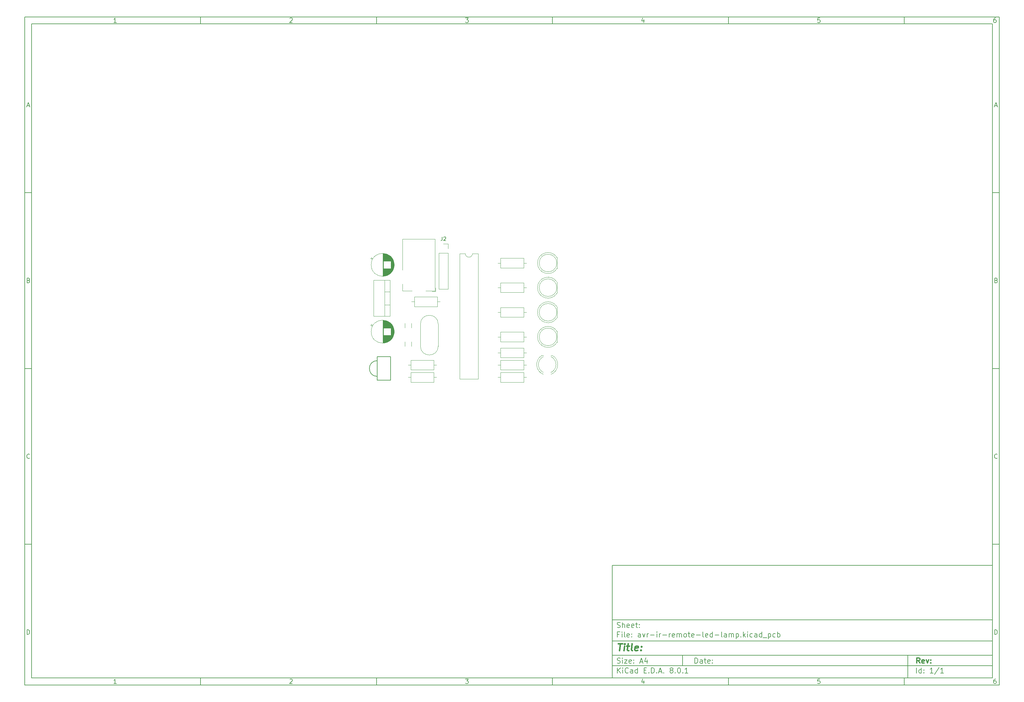
<source format=gbr>
%TF.GenerationSoftware,KiCad,Pcbnew,8.0.1*%
%TF.CreationDate,2024-05-04T21:14:10+05:30*%
%TF.ProjectId,avr-ir-remote-led-lamp,6176722d-6972-42d7-9265-6d6f74652d6c,rev?*%
%TF.SameCoordinates,Original*%
%TF.FileFunction,Legend,Top*%
%TF.FilePolarity,Positive*%
%FSLAX46Y46*%
G04 Gerber Fmt 4.6, Leading zero omitted, Abs format (unit mm)*
G04 Created by KiCad (PCBNEW 8.0.1) date 2024-05-04 21:14:10*
%MOMM*%
%LPD*%
G01*
G04 APERTURE LIST*
%ADD10C,0.100000*%
%ADD11C,0.150000*%
%ADD12C,0.300000*%
%ADD13C,0.400000*%
%ADD14C,0.120000*%
G04 APERTURE END LIST*
D10*
D11*
X177002200Y-166007200D02*
X285002200Y-166007200D01*
X285002200Y-198007200D01*
X177002200Y-198007200D01*
X177002200Y-166007200D01*
D10*
D11*
X10000000Y-10000000D02*
X287002200Y-10000000D01*
X287002200Y-200007200D01*
X10000000Y-200007200D01*
X10000000Y-10000000D01*
D10*
D11*
X12000000Y-12000000D02*
X285002200Y-12000000D01*
X285002200Y-198007200D01*
X12000000Y-198007200D01*
X12000000Y-12000000D01*
D10*
D11*
X60000000Y-12000000D02*
X60000000Y-10000000D01*
D10*
D11*
X110000000Y-12000000D02*
X110000000Y-10000000D01*
D10*
D11*
X160000000Y-12000000D02*
X160000000Y-10000000D01*
D10*
D11*
X210000000Y-12000000D02*
X210000000Y-10000000D01*
D10*
D11*
X260000000Y-12000000D02*
X260000000Y-10000000D01*
D10*
D11*
X36089160Y-11593604D02*
X35346303Y-11593604D01*
X35717731Y-11593604D02*
X35717731Y-10293604D01*
X35717731Y-10293604D02*
X35593922Y-10479319D01*
X35593922Y-10479319D02*
X35470112Y-10603128D01*
X35470112Y-10603128D02*
X35346303Y-10665033D01*
D10*
D11*
X85346303Y-10417414D02*
X85408207Y-10355509D01*
X85408207Y-10355509D02*
X85532017Y-10293604D01*
X85532017Y-10293604D02*
X85841541Y-10293604D01*
X85841541Y-10293604D02*
X85965350Y-10355509D01*
X85965350Y-10355509D02*
X86027255Y-10417414D01*
X86027255Y-10417414D02*
X86089160Y-10541223D01*
X86089160Y-10541223D02*
X86089160Y-10665033D01*
X86089160Y-10665033D02*
X86027255Y-10850747D01*
X86027255Y-10850747D02*
X85284398Y-11593604D01*
X85284398Y-11593604D02*
X86089160Y-11593604D01*
D10*
D11*
X135284398Y-10293604D02*
X136089160Y-10293604D01*
X136089160Y-10293604D02*
X135655826Y-10788842D01*
X135655826Y-10788842D02*
X135841541Y-10788842D01*
X135841541Y-10788842D02*
X135965350Y-10850747D01*
X135965350Y-10850747D02*
X136027255Y-10912652D01*
X136027255Y-10912652D02*
X136089160Y-11036461D01*
X136089160Y-11036461D02*
X136089160Y-11345985D01*
X136089160Y-11345985D02*
X136027255Y-11469795D01*
X136027255Y-11469795D02*
X135965350Y-11531700D01*
X135965350Y-11531700D02*
X135841541Y-11593604D01*
X135841541Y-11593604D02*
X135470112Y-11593604D01*
X135470112Y-11593604D02*
X135346303Y-11531700D01*
X135346303Y-11531700D02*
X135284398Y-11469795D01*
D10*
D11*
X185965350Y-10726938D02*
X185965350Y-11593604D01*
X185655826Y-10231700D02*
X185346303Y-11160271D01*
X185346303Y-11160271D02*
X186151064Y-11160271D01*
D10*
D11*
X236027255Y-10293604D02*
X235408207Y-10293604D01*
X235408207Y-10293604D02*
X235346303Y-10912652D01*
X235346303Y-10912652D02*
X235408207Y-10850747D01*
X235408207Y-10850747D02*
X235532017Y-10788842D01*
X235532017Y-10788842D02*
X235841541Y-10788842D01*
X235841541Y-10788842D02*
X235965350Y-10850747D01*
X235965350Y-10850747D02*
X236027255Y-10912652D01*
X236027255Y-10912652D02*
X236089160Y-11036461D01*
X236089160Y-11036461D02*
X236089160Y-11345985D01*
X236089160Y-11345985D02*
X236027255Y-11469795D01*
X236027255Y-11469795D02*
X235965350Y-11531700D01*
X235965350Y-11531700D02*
X235841541Y-11593604D01*
X235841541Y-11593604D02*
X235532017Y-11593604D01*
X235532017Y-11593604D02*
X235408207Y-11531700D01*
X235408207Y-11531700D02*
X235346303Y-11469795D01*
D10*
D11*
X285965350Y-10293604D02*
X285717731Y-10293604D01*
X285717731Y-10293604D02*
X285593922Y-10355509D01*
X285593922Y-10355509D02*
X285532017Y-10417414D01*
X285532017Y-10417414D02*
X285408207Y-10603128D01*
X285408207Y-10603128D02*
X285346303Y-10850747D01*
X285346303Y-10850747D02*
X285346303Y-11345985D01*
X285346303Y-11345985D02*
X285408207Y-11469795D01*
X285408207Y-11469795D02*
X285470112Y-11531700D01*
X285470112Y-11531700D02*
X285593922Y-11593604D01*
X285593922Y-11593604D02*
X285841541Y-11593604D01*
X285841541Y-11593604D02*
X285965350Y-11531700D01*
X285965350Y-11531700D02*
X286027255Y-11469795D01*
X286027255Y-11469795D02*
X286089160Y-11345985D01*
X286089160Y-11345985D02*
X286089160Y-11036461D01*
X286089160Y-11036461D02*
X286027255Y-10912652D01*
X286027255Y-10912652D02*
X285965350Y-10850747D01*
X285965350Y-10850747D02*
X285841541Y-10788842D01*
X285841541Y-10788842D02*
X285593922Y-10788842D01*
X285593922Y-10788842D02*
X285470112Y-10850747D01*
X285470112Y-10850747D02*
X285408207Y-10912652D01*
X285408207Y-10912652D02*
X285346303Y-11036461D01*
D10*
D11*
X60000000Y-198007200D02*
X60000000Y-200007200D01*
D10*
D11*
X110000000Y-198007200D02*
X110000000Y-200007200D01*
D10*
D11*
X160000000Y-198007200D02*
X160000000Y-200007200D01*
D10*
D11*
X210000000Y-198007200D02*
X210000000Y-200007200D01*
D10*
D11*
X260000000Y-198007200D02*
X260000000Y-200007200D01*
D10*
D11*
X36089160Y-199600804D02*
X35346303Y-199600804D01*
X35717731Y-199600804D02*
X35717731Y-198300804D01*
X35717731Y-198300804D02*
X35593922Y-198486519D01*
X35593922Y-198486519D02*
X35470112Y-198610328D01*
X35470112Y-198610328D02*
X35346303Y-198672233D01*
D10*
D11*
X85346303Y-198424614D02*
X85408207Y-198362709D01*
X85408207Y-198362709D02*
X85532017Y-198300804D01*
X85532017Y-198300804D02*
X85841541Y-198300804D01*
X85841541Y-198300804D02*
X85965350Y-198362709D01*
X85965350Y-198362709D02*
X86027255Y-198424614D01*
X86027255Y-198424614D02*
X86089160Y-198548423D01*
X86089160Y-198548423D02*
X86089160Y-198672233D01*
X86089160Y-198672233D02*
X86027255Y-198857947D01*
X86027255Y-198857947D02*
X85284398Y-199600804D01*
X85284398Y-199600804D02*
X86089160Y-199600804D01*
D10*
D11*
X135284398Y-198300804D02*
X136089160Y-198300804D01*
X136089160Y-198300804D02*
X135655826Y-198796042D01*
X135655826Y-198796042D02*
X135841541Y-198796042D01*
X135841541Y-198796042D02*
X135965350Y-198857947D01*
X135965350Y-198857947D02*
X136027255Y-198919852D01*
X136027255Y-198919852D02*
X136089160Y-199043661D01*
X136089160Y-199043661D02*
X136089160Y-199353185D01*
X136089160Y-199353185D02*
X136027255Y-199476995D01*
X136027255Y-199476995D02*
X135965350Y-199538900D01*
X135965350Y-199538900D02*
X135841541Y-199600804D01*
X135841541Y-199600804D02*
X135470112Y-199600804D01*
X135470112Y-199600804D02*
X135346303Y-199538900D01*
X135346303Y-199538900D02*
X135284398Y-199476995D01*
D10*
D11*
X185965350Y-198734138D02*
X185965350Y-199600804D01*
X185655826Y-198238900D02*
X185346303Y-199167471D01*
X185346303Y-199167471D02*
X186151064Y-199167471D01*
D10*
D11*
X236027255Y-198300804D02*
X235408207Y-198300804D01*
X235408207Y-198300804D02*
X235346303Y-198919852D01*
X235346303Y-198919852D02*
X235408207Y-198857947D01*
X235408207Y-198857947D02*
X235532017Y-198796042D01*
X235532017Y-198796042D02*
X235841541Y-198796042D01*
X235841541Y-198796042D02*
X235965350Y-198857947D01*
X235965350Y-198857947D02*
X236027255Y-198919852D01*
X236027255Y-198919852D02*
X236089160Y-199043661D01*
X236089160Y-199043661D02*
X236089160Y-199353185D01*
X236089160Y-199353185D02*
X236027255Y-199476995D01*
X236027255Y-199476995D02*
X235965350Y-199538900D01*
X235965350Y-199538900D02*
X235841541Y-199600804D01*
X235841541Y-199600804D02*
X235532017Y-199600804D01*
X235532017Y-199600804D02*
X235408207Y-199538900D01*
X235408207Y-199538900D02*
X235346303Y-199476995D01*
D10*
D11*
X285965350Y-198300804D02*
X285717731Y-198300804D01*
X285717731Y-198300804D02*
X285593922Y-198362709D01*
X285593922Y-198362709D02*
X285532017Y-198424614D01*
X285532017Y-198424614D02*
X285408207Y-198610328D01*
X285408207Y-198610328D02*
X285346303Y-198857947D01*
X285346303Y-198857947D02*
X285346303Y-199353185D01*
X285346303Y-199353185D02*
X285408207Y-199476995D01*
X285408207Y-199476995D02*
X285470112Y-199538900D01*
X285470112Y-199538900D02*
X285593922Y-199600804D01*
X285593922Y-199600804D02*
X285841541Y-199600804D01*
X285841541Y-199600804D02*
X285965350Y-199538900D01*
X285965350Y-199538900D02*
X286027255Y-199476995D01*
X286027255Y-199476995D02*
X286089160Y-199353185D01*
X286089160Y-199353185D02*
X286089160Y-199043661D01*
X286089160Y-199043661D02*
X286027255Y-198919852D01*
X286027255Y-198919852D02*
X285965350Y-198857947D01*
X285965350Y-198857947D02*
X285841541Y-198796042D01*
X285841541Y-198796042D02*
X285593922Y-198796042D01*
X285593922Y-198796042D02*
X285470112Y-198857947D01*
X285470112Y-198857947D02*
X285408207Y-198919852D01*
X285408207Y-198919852D02*
X285346303Y-199043661D01*
D10*
D11*
X10000000Y-60000000D02*
X12000000Y-60000000D01*
D10*
D11*
X10000000Y-110000000D02*
X12000000Y-110000000D01*
D10*
D11*
X10000000Y-160000000D02*
X12000000Y-160000000D01*
D10*
D11*
X10690476Y-35222176D02*
X11309523Y-35222176D01*
X10566666Y-35593604D02*
X10999999Y-34293604D01*
X10999999Y-34293604D02*
X11433333Y-35593604D01*
D10*
D11*
X11092857Y-84912652D02*
X11278571Y-84974557D01*
X11278571Y-84974557D02*
X11340476Y-85036461D01*
X11340476Y-85036461D02*
X11402380Y-85160271D01*
X11402380Y-85160271D02*
X11402380Y-85345985D01*
X11402380Y-85345985D02*
X11340476Y-85469795D01*
X11340476Y-85469795D02*
X11278571Y-85531700D01*
X11278571Y-85531700D02*
X11154761Y-85593604D01*
X11154761Y-85593604D02*
X10659523Y-85593604D01*
X10659523Y-85593604D02*
X10659523Y-84293604D01*
X10659523Y-84293604D02*
X11092857Y-84293604D01*
X11092857Y-84293604D02*
X11216666Y-84355509D01*
X11216666Y-84355509D02*
X11278571Y-84417414D01*
X11278571Y-84417414D02*
X11340476Y-84541223D01*
X11340476Y-84541223D02*
X11340476Y-84665033D01*
X11340476Y-84665033D02*
X11278571Y-84788842D01*
X11278571Y-84788842D02*
X11216666Y-84850747D01*
X11216666Y-84850747D02*
X11092857Y-84912652D01*
X11092857Y-84912652D02*
X10659523Y-84912652D01*
D10*
D11*
X11402380Y-135469795D02*
X11340476Y-135531700D01*
X11340476Y-135531700D02*
X11154761Y-135593604D01*
X11154761Y-135593604D02*
X11030952Y-135593604D01*
X11030952Y-135593604D02*
X10845238Y-135531700D01*
X10845238Y-135531700D02*
X10721428Y-135407890D01*
X10721428Y-135407890D02*
X10659523Y-135284080D01*
X10659523Y-135284080D02*
X10597619Y-135036461D01*
X10597619Y-135036461D02*
X10597619Y-134850747D01*
X10597619Y-134850747D02*
X10659523Y-134603128D01*
X10659523Y-134603128D02*
X10721428Y-134479319D01*
X10721428Y-134479319D02*
X10845238Y-134355509D01*
X10845238Y-134355509D02*
X11030952Y-134293604D01*
X11030952Y-134293604D02*
X11154761Y-134293604D01*
X11154761Y-134293604D02*
X11340476Y-134355509D01*
X11340476Y-134355509D02*
X11402380Y-134417414D01*
D10*
D11*
X10659523Y-185593604D02*
X10659523Y-184293604D01*
X10659523Y-184293604D02*
X10969047Y-184293604D01*
X10969047Y-184293604D02*
X11154761Y-184355509D01*
X11154761Y-184355509D02*
X11278571Y-184479319D01*
X11278571Y-184479319D02*
X11340476Y-184603128D01*
X11340476Y-184603128D02*
X11402380Y-184850747D01*
X11402380Y-184850747D02*
X11402380Y-185036461D01*
X11402380Y-185036461D02*
X11340476Y-185284080D01*
X11340476Y-185284080D02*
X11278571Y-185407890D01*
X11278571Y-185407890D02*
X11154761Y-185531700D01*
X11154761Y-185531700D02*
X10969047Y-185593604D01*
X10969047Y-185593604D02*
X10659523Y-185593604D01*
D10*
D11*
X287002200Y-60000000D02*
X285002200Y-60000000D01*
D10*
D11*
X287002200Y-110000000D02*
X285002200Y-110000000D01*
D10*
D11*
X287002200Y-160000000D02*
X285002200Y-160000000D01*
D10*
D11*
X285692676Y-35222176D02*
X286311723Y-35222176D01*
X285568866Y-35593604D02*
X286002199Y-34293604D01*
X286002199Y-34293604D02*
X286435533Y-35593604D01*
D10*
D11*
X286095057Y-84912652D02*
X286280771Y-84974557D01*
X286280771Y-84974557D02*
X286342676Y-85036461D01*
X286342676Y-85036461D02*
X286404580Y-85160271D01*
X286404580Y-85160271D02*
X286404580Y-85345985D01*
X286404580Y-85345985D02*
X286342676Y-85469795D01*
X286342676Y-85469795D02*
X286280771Y-85531700D01*
X286280771Y-85531700D02*
X286156961Y-85593604D01*
X286156961Y-85593604D02*
X285661723Y-85593604D01*
X285661723Y-85593604D02*
X285661723Y-84293604D01*
X285661723Y-84293604D02*
X286095057Y-84293604D01*
X286095057Y-84293604D02*
X286218866Y-84355509D01*
X286218866Y-84355509D02*
X286280771Y-84417414D01*
X286280771Y-84417414D02*
X286342676Y-84541223D01*
X286342676Y-84541223D02*
X286342676Y-84665033D01*
X286342676Y-84665033D02*
X286280771Y-84788842D01*
X286280771Y-84788842D02*
X286218866Y-84850747D01*
X286218866Y-84850747D02*
X286095057Y-84912652D01*
X286095057Y-84912652D02*
X285661723Y-84912652D01*
D10*
D11*
X286404580Y-135469795D02*
X286342676Y-135531700D01*
X286342676Y-135531700D02*
X286156961Y-135593604D01*
X286156961Y-135593604D02*
X286033152Y-135593604D01*
X286033152Y-135593604D02*
X285847438Y-135531700D01*
X285847438Y-135531700D02*
X285723628Y-135407890D01*
X285723628Y-135407890D02*
X285661723Y-135284080D01*
X285661723Y-135284080D02*
X285599819Y-135036461D01*
X285599819Y-135036461D02*
X285599819Y-134850747D01*
X285599819Y-134850747D02*
X285661723Y-134603128D01*
X285661723Y-134603128D02*
X285723628Y-134479319D01*
X285723628Y-134479319D02*
X285847438Y-134355509D01*
X285847438Y-134355509D02*
X286033152Y-134293604D01*
X286033152Y-134293604D02*
X286156961Y-134293604D01*
X286156961Y-134293604D02*
X286342676Y-134355509D01*
X286342676Y-134355509D02*
X286404580Y-134417414D01*
D10*
D11*
X285661723Y-185593604D02*
X285661723Y-184293604D01*
X285661723Y-184293604D02*
X285971247Y-184293604D01*
X285971247Y-184293604D02*
X286156961Y-184355509D01*
X286156961Y-184355509D02*
X286280771Y-184479319D01*
X286280771Y-184479319D02*
X286342676Y-184603128D01*
X286342676Y-184603128D02*
X286404580Y-184850747D01*
X286404580Y-184850747D02*
X286404580Y-185036461D01*
X286404580Y-185036461D02*
X286342676Y-185284080D01*
X286342676Y-185284080D02*
X286280771Y-185407890D01*
X286280771Y-185407890D02*
X286156961Y-185531700D01*
X286156961Y-185531700D02*
X285971247Y-185593604D01*
X285971247Y-185593604D02*
X285661723Y-185593604D01*
D10*
D11*
X200458026Y-193793328D02*
X200458026Y-192293328D01*
X200458026Y-192293328D02*
X200815169Y-192293328D01*
X200815169Y-192293328D02*
X201029455Y-192364757D01*
X201029455Y-192364757D02*
X201172312Y-192507614D01*
X201172312Y-192507614D02*
X201243741Y-192650471D01*
X201243741Y-192650471D02*
X201315169Y-192936185D01*
X201315169Y-192936185D02*
X201315169Y-193150471D01*
X201315169Y-193150471D02*
X201243741Y-193436185D01*
X201243741Y-193436185D02*
X201172312Y-193579042D01*
X201172312Y-193579042D02*
X201029455Y-193721900D01*
X201029455Y-193721900D02*
X200815169Y-193793328D01*
X200815169Y-193793328D02*
X200458026Y-193793328D01*
X202600884Y-193793328D02*
X202600884Y-193007614D01*
X202600884Y-193007614D02*
X202529455Y-192864757D01*
X202529455Y-192864757D02*
X202386598Y-192793328D01*
X202386598Y-192793328D02*
X202100884Y-192793328D01*
X202100884Y-192793328D02*
X201958026Y-192864757D01*
X202600884Y-193721900D02*
X202458026Y-193793328D01*
X202458026Y-193793328D02*
X202100884Y-193793328D01*
X202100884Y-193793328D02*
X201958026Y-193721900D01*
X201958026Y-193721900D02*
X201886598Y-193579042D01*
X201886598Y-193579042D02*
X201886598Y-193436185D01*
X201886598Y-193436185D02*
X201958026Y-193293328D01*
X201958026Y-193293328D02*
X202100884Y-193221900D01*
X202100884Y-193221900D02*
X202458026Y-193221900D01*
X202458026Y-193221900D02*
X202600884Y-193150471D01*
X203100884Y-192793328D02*
X203672312Y-192793328D01*
X203315169Y-192293328D02*
X203315169Y-193579042D01*
X203315169Y-193579042D02*
X203386598Y-193721900D01*
X203386598Y-193721900D02*
X203529455Y-193793328D01*
X203529455Y-193793328D02*
X203672312Y-193793328D01*
X204743741Y-193721900D02*
X204600884Y-193793328D01*
X204600884Y-193793328D02*
X204315170Y-193793328D01*
X204315170Y-193793328D02*
X204172312Y-193721900D01*
X204172312Y-193721900D02*
X204100884Y-193579042D01*
X204100884Y-193579042D02*
X204100884Y-193007614D01*
X204100884Y-193007614D02*
X204172312Y-192864757D01*
X204172312Y-192864757D02*
X204315170Y-192793328D01*
X204315170Y-192793328D02*
X204600884Y-192793328D01*
X204600884Y-192793328D02*
X204743741Y-192864757D01*
X204743741Y-192864757D02*
X204815170Y-193007614D01*
X204815170Y-193007614D02*
X204815170Y-193150471D01*
X204815170Y-193150471D02*
X204100884Y-193293328D01*
X205458026Y-193650471D02*
X205529455Y-193721900D01*
X205529455Y-193721900D02*
X205458026Y-193793328D01*
X205458026Y-193793328D02*
X205386598Y-193721900D01*
X205386598Y-193721900D02*
X205458026Y-193650471D01*
X205458026Y-193650471D02*
X205458026Y-193793328D01*
X205458026Y-192864757D02*
X205529455Y-192936185D01*
X205529455Y-192936185D02*
X205458026Y-193007614D01*
X205458026Y-193007614D02*
X205386598Y-192936185D01*
X205386598Y-192936185D02*
X205458026Y-192864757D01*
X205458026Y-192864757D02*
X205458026Y-193007614D01*
D10*
D11*
X177002200Y-194507200D02*
X285002200Y-194507200D01*
D10*
D11*
X178458026Y-196593328D02*
X178458026Y-195093328D01*
X179315169Y-196593328D02*
X178672312Y-195736185D01*
X179315169Y-195093328D02*
X178458026Y-195950471D01*
X179958026Y-196593328D02*
X179958026Y-195593328D01*
X179958026Y-195093328D02*
X179886598Y-195164757D01*
X179886598Y-195164757D02*
X179958026Y-195236185D01*
X179958026Y-195236185D02*
X180029455Y-195164757D01*
X180029455Y-195164757D02*
X179958026Y-195093328D01*
X179958026Y-195093328D02*
X179958026Y-195236185D01*
X181529455Y-196450471D02*
X181458027Y-196521900D01*
X181458027Y-196521900D02*
X181243741Y-196593328D01*
X181243741Y-196593328D02*
X181100884Y-196593328D01*
X181100884Y-196593328D02*
X180886598Y-196521900D01*
X180886598Y-196521900D02*
X180743741Y-196379042D01*
X180743741Y-196379042D02*
X180672312Y-196236185D01*
X180672312Y-196236185D02*
X180600884Y-195950471D01*
X180600884Y-195950471D02*
X180600884Y-195736185D01*
X180600884Y-195736185D02*
X180672312Y-195450471D01*
X180672312Y-195450471D02*
X180743741Y-195307614D01*
X180743741Y-195307614D02*
X180886598Y-195164757D01*
X180886598Y-195164757D02*
X181100884Y-195093328D01*
X181100884Y-195093328D02*
X181243741Y-195093328D01*
X181243741Y-195093328D02*
X181458027Y-195164757D01*
X181458027Y-195164757D02*
X181529455Y-195236185D01*
X182815170Y-196593328D02*
X182815170Y-195807614D01*
X182815170Y-195807614D02*
X182743741Y-195664757D01*
X182743741Y-195664757D02*
X182600884Y-195593328D01*
X182600884Y-195593328D02*
X182315170Y-195593328D01*
X182315170Y-195593328D02*
X182172312Y-195664757D01*
X182815170Y-196521900D02*
X182672312Y-196593328D01*
X182672312Y-196593328D02*
X182315170Y-196593328D01*
X182315170Y-196593328D02*
X182172312Y-196521900D01*
X182172312Y-196521900D02*
X182100884Y-196379042D01*
X182100884Y-196379042D02*
X182100884Y-196236185D01*
X182100884Y-196236185D02*
X182172312Y-196093328D01*
X182172312Y-196093328D02*
X182315170Y-196021900D01*
X182315170Y-196021900D02*
X182672312Y-196021900D01*
X182672312Y-196021900D02*
X182815170Y-195950471D01*
X184172313Y-196593328D02*
X184172313Y-195093328D01*
X184172313Y-196521900D02*
X184029455Y-196593328D01*
X184029455Y-196593328D02*
X183743741Y-196593328D01*
X183743741Y-196593328D02*
X183600884Y-196521900D01*
X183600884Y-196521900D02*
X183529455Y-196450471D01*
X183529455Y-196450471D02*
X183458027Y-196307614D01*
X183458027Y-196307614D02*
X183458027Y-195879042D01*
X183458027Y-195879042D02*
X183529455Y-195736185D01*
X183529455Y-195736185D02*
X183600884Y-195664757D01*
X183600884Y-195664757D02*
X183743741Y-195593328D01*
X183743741Y-195593328D02*
X184029455Y-195593328D01*
X184029455Y-195593328D02*
X184172313Y-195664757D01*
X186029455Y-195807614D02*
X186529455Y-195807614D01*
X186743741Y-196593328D02*
X186029455Y-196593328D01*
X186029455Y-196593328D02*
X186029455Y-195093328D01*
X186029455Y-195093328D02*
X186743741Y-195093328D01*
X187386598Y-196450471D02*
X187458027Y-196521900D01*
X187458027Y-196521900D02*
X187386598Y-196593328D01*
X187386598Y-196593328D02*
X187315170Y-196521900D01*
X187315170Y-196521900D02*
X187386598Y-196450471D01*
X187386598Y-196450471D02*
X187386598Y-196593328D01*
X188100884Y-196593328D02*
X188100884Y-195093328D01*
X188100884Y-195093328D02*
X188458027Y-195093328D01*
X188458027Y-195093328D02*
X188672313Y-195164757D01*
X188672313Y-195164757D02*
X188815170Y-195307614D01*
X188815170Y-195307614D02*
X188886599Y-195450471D01*
X188886599Y-195450471D02*
X188958027Y-195736185D01*
X188958027Y-195736185D02*
X188958027Y-195950471D01*
X188958027Y-195950471D02*
X188886599Y-196236185D01*
X188886599Y-196236185D02*
X188815170Y-196379042D01*
X188815170Y-196379042D02*
X188672313Y-196521900D01*
X188672313Y-196521900D02*
X188458027Y-196593328D01*
X188458027Y-196593328D02*
X188100884Y-196593328D01*
X189600884Y-196450471D02*
X189672313Y-196521900D01*
X189672313Y-196521900D02*
X189600884Y-196593328D01*
X189600884Y-196593328D02*
X189529456Y-196521900D01*
X189529456Y-196521900D02*
X189600884Y-196450471D01*
X189600884Y-196450471D02*
X189600884Y-196593328D01*
X190243742Y-196164757D02*
X190958028Y-196164757D01*
X190100885Y-196593328D02*
X190600885Y-195093328D01*
X190600885Y-195093328D02*
X191100885Y-196593328D01*
X191600884Y-196450471D02*
X191672313Y-196521900D01*
X191672313Y-196521900D02*
X191600884Y-196593328D01*
X191600884Y-196593328D02*
X191529456Y-196521900D01*
X191529456Y-196521900D02*
X191600884Y-196450471D01*
X191600884Y-196450471D02*
X191600884Y-196593328D01*
X193672313Y-195736185D02*
X193529456Y-195664757D01*
X193529456Y-195664757D02*
X193458027Y-195593328D01*
X193458027Y-195593328D02*
X193386599Y-195450471D01*
X193386599Y-195450471D02*
X193386599Y-195379042D01*
X193386599Y-195379042D02*
X193458027Y-195236185D01*
X193458027Y-195236185D02*
X193529456Y-195164757D01*
X193529456Y-195164757D02*
X193672313Y-195093328D01*
X193672313Y-195093328D02*
X193958027Y-195093328D01*
X193958027Y-195093328D02*
X194100885Y-195164757D01*
X194100885Y-195164757D02*
X194172313Y-195236185D01*
X194172313Y-195236185D02*
X194243742Y-195379042D01*
X194243742Y-195379042D02*
X194243742Y-195450471D01*
X194243742Y-195450471D02*
X194172313Y-195593328D01*
X194172313Y-195593328D02*
X194100885Y-195664757D01*
X194100885Y-195664757D02*
X193958027Y-195736185D01*
X193958027Y-195736185D02*
X193672313Y-195736185D01*
X193672313Y-195736185D02*
X193529456Y-195807614D01*
X193529456Y-195807614D02*
X193458027Y-195879042D01*
X193458027Y-195879042D02*
X193386599Y-196021900D01*
X193386599Y-196021900D02*
X193386599Y-196307614D01*
X193386599Y-196307614D02*
X193458027Y-196450471D01*
X193458027Y-196450471D02*
X193529456Y-196521900D01*
X193529456Y-196521900D02*
X193672313Y-196593328D01*
X193672313Y-196593328D02*
X193958027Y-196593328D01*
X193958027Y-196593328D02*
X194100885Y-196521900D01*
X194100885Y-196521900D02*
X194172313Y-196450471D01*
X194172313Y-196450471D02*
X194243742Y-196307614D01*
X194243742Y-196307614D02*
X194243742Y-196021900D01*
X194243742Y-196021900D02*
X194172313Y-195879042D01*
X194172313Y-195879042D02*
X194100885Y-195807614D01*
X194100885Y-195807614D02*
X193958027Y-195736185D01*
X194886598Y-196450471D02*
X194958027Y-196521900D01*
X194958027Y-196521900D02*
X194886598Y-196593328D01*
X194886598Y-196593328D02*
X194815170Y-196521900D01*
X194815170Y-196521900D02*
X194886598Y-196450471D01*
X194886598Y-196450471D02*
X194886598Y-196593328D01*
X195886599Y-195093328D02*
X196029456Y-195093328D01*
X196029456Y-195093328D02*
X196172313Y-195164757D01*
X196172313Y-195164757D02*
X196243742Y-195236185D01*
X196243742Y-195236185D02*
X196315170Y-195379042D01*
X196315170Y-195379042D02*
X196386599Y-195664757D01*
X196386599Y-195664757D02*
X196386599Y-196021900D01*
X196386599Y-196021900D02*
X196315170Y-196307614D01*
X196315170Y-196307614D02*
X196243742Y-196450471D01*
X196243742Y-196450471D02*
X196172313Y-196521900D01*
X196172313Y-196521900D02*
X196029456Y-196593328D01*
X196029456Y-196593328D02*
X195886599Y-196593328D01*
X195886599Y-196593328D02*
X195743742Y-196521900D01*
X195743742Y-196521900D02*
X195672313Y-196450471D01*
X195672313Y-196450471D02*
X195600884Y-196307614D01*
X195600884Y-196307614D02*
X195529456Y-196021900D01*
X195529456Y-196021900D02*
X195529456Y-195664757D01*
X195529456Y-195664757D02*
X195600884Y-195379042D01*
X195600884Y-195379042D02*
X195672313Y-195236185D01*
X195672313Y-195236185D02*
X195743742Y-195164757D01*
X195743742Y-195164757D02*
X195886599Y-195093328D01*
X197029455Y-196450471D02*
X197100884Y-196521900D01*
X197100884Y-196521900D02*
X197029455Y-196593328D01*
X197029455Y-196593328D02*
X196958027Y-196521900D01*
X196958027Y-196521900D02*
X197029455Y-196450471D01*
X197029455Y-196450471D02*
X197029455Y-196593328D01*
X198529456Y-196593328D02*
X197672313Y-196593328D01*
X198100884Y-196593328D02*
X198100884Y-195093328D01*
X198100884Y-195093328D02*
X197958027Y-195307614D01*
X197958027Y-195307614D02*
X197815170Y-195450471D01*
X197815170Y-195450471D02*
X197672313Y-195521900D01*
D10*
D11*
X177002200Y-191507200D02*
X285002200Y-191507200D01*
D10*
D12*
X264413853Y-193785528D02*
X263913853Y-193071242D01*
X263556710Y-193785528D02*
X263556710Y-192285528D01*
X263556710Y-192285528D02*
X264128139Y-192285528D01*
X264128139Y-192285528D02*
X264270996Y-192356957D01*
X264270996Y-192356957D02*
X264342425Y-192428385D01*
X264342425Y-192428385D02*
X264413853Y-192571242D01*
X264413853Y-192571242D02*
X264413853Y-192785528D01*
X264413853Y-192785528D02*
X264342425Y-192928385D01*
X264342425Y-192928385D02*
X264270996Y-192999814D01*
X264270996Y-192999814D02*
X264128139Y-193071242D01*
X264128139Y-193071242D02*
X263556710Y-193071242D01*
X265628139Y-193714100D02*
X265485282Y-193785528D01*
X265485282Y-193785528D02*
X265199568Y-193785528D01*
X265199568Y-193785528D02*
X265056710Y-193714100D01*
X265056710Y-193714100D02*
X264985282Y-193571242D01*
X264985282Y-193571242D02*
X264985282Y-192999814D01*
X264985282Y-192999814D02*
X265056710Y-192856957D01*
X265056710Y-192856957D02*
X265199568Y-192785528D01*
X265199568Y-192785528D02*
X265485282Y-192785528D01*
X265485282Y-192785528D02*
X265628139Y-192856957D01*
X265628139Y-192856957D02*
X265699568Y-192999814D01*
X265699568Y-192999814D02*
X265699568Y-193142671D01*
X265699568Y-193142671D02*
X264985282Y-193285528D01*
X266199567Y-192785528D02*
X266556710Y-193785528D01*
X266556710Y-193785528D02*
X266913853Y-192785528D01*
X267485281Y-193642671D02*
X267556710Y-193714100D01*
X267556710Y-193714100D02*
X267485281Y-193785528D01*
X267485281Y-193785528D02*
X267413853Y-193714100D01*
X267413853Y-193714100D02*
X267485281Y-193642671D01*
X267485281Y-193642671D02*
X267485281Y-193785528D01*
X267485281Y-192856957D02*
X267556710Y-192928385D01*
X267556710Y-192928385D02*
X267485281Y-192999814D01*
X267485281Y-192999814D02*
X267413853Y-192928385D01*
X267413853Y-192928385D02*
X267485281Y-192856957D01*
X267485281Y-192856957D02*
X267485281Y-192999814D01*
D10*
D11*
X178386598Y-193721900D02*
X178600884Y-193793328D01*
X178600884Y-193793328D02*
X178958026Y-193793328D01*
X178958026Y-193793328D02*
X179100884Y-193721900D01*
X179100884Y-193721900D02*
X179172312Y-193650471D01*
X179172312Y-193650471D02*
X179243741Y-193507614D01*
X179243741Y-193507614D02*
X179243741Y-193364757D01*
X179243741Y-193364757D02*
X179172312Y-193221900D01*
X179172312Y-193221900D02*
X179100884Y-193150471D01*
X179100884Y-193150471D02*
X178958026Y-193079042D01*
X178958026Y-193079042D02*
X178672312Y-193007614D01*
X178672312Y-193007614D02*
X178529455Y-192936185D01*
X178529455Y-192936185D02*
X178458026Y-192864757D01*
X178458026Y-192864757D02*
X178386598Y-192721900D01*
X178386598Y-192721900D02*
X178386598Y-192579042D01*
X178386598Y-192579042D02*
X178458026Y-192436185D01*
X178458026Y-192436185D02*
X178529455Y-192364757D01*
X178529455Y-192364757D02*
X178672312Y-192293328D01*
X178672312Y-192293328D02*
X179029455Y-192293328D01*
X179029455Y-192293328D02*
X179243741Y-192364757D01*
X179886597Y-193793328D02*
X179886597Y-192793328D01*
X179886597Y-192293328D02*
X179815169Y-192364757D01*
X179815169Y-192364757D02*
X179886597Y-192436185D01*
X179886597Y-192436185D02*
X179958026Y-192364757D01*
X179958026Y-192364757D02*
X179886597Y-192293328D01*
X179886597Y-192293328D02*
X179886597Y-192436185D01*
X180458026Y-192793328D02*
X181243741Y-192793328D01*
X181243741Y-192793328D02*
X180458026Y-193793328D01*
X180458026Y-193793328D02*
X181243741Y-193793328D01*
X182386598Y-193721900D02*
X182243741Y-193793328D01*
X182243741Y-193793328D02*
X181958027Y-193793328D01*
X181958027Y-193793328D02*
X181815169Y-193721900D01*
X181815169Y-193721900D02*
X181743741Y-193579042D01*
X181743741Y-193579042D02*
X181743741Y-193007614D01*
X181743741Y-193007614D02*
X181815169Y-192864757D01*
X181815169Y-192864757D02*
X181958027Y-192793328D01*
X181958027Y-192793328D02*
X182243741Y-192793328D01*
X182243741Y-192793328D02*
X182386598Y-192864757D01*
X182386598Y-192864757D02*
X182458027Y-193007614D01*
X182458027Y-193007614D02*
X182458027Y-193150471D01*
X182458027Y-193150471D02*
X181743741Y-193293328D01*
X183100883Y-193650471D02*
X183172312Y-193721900D01*
X183172312Y-193721900D02*
X183100883Y-193793328D01*
X183100883Y-193793328D02*
X183029455Y-193721900D01*
X183029455Y-193721900D02*
X183100883Y-193650471D01*
X183100883Y-193650471D02*
X183100883Y-193793328D01*
X183100883Y-192864757D02*
X183172312Y-192936185D01*
X183172312Y-192936185D02*
X183100883Y-193007614D01*
X183100883Y-193007614D02*
X183029455Y-192936185D01*
X183029455Y-192936185D02*
X183100883Y-192864757D01*
X183100883Y-192864757D02*
X183100883Y-193007614D01*
X184886598Y-193364757D02*
X185600884Y-193364757D01*
X184743741Y-193793328D02*
X185243741Y-192293328D01*
X185243741Y-192293328D02*
X185743741Y-193793328D01*
X186886598Y-192793328D02*
X186886598Y-193793328D01*
X186529455Y-192221900D02*
X186172312Y-193293328D01*
X186172312Y-193293328D02*
X187100883Y-193293328D01*
D10*
D11*
X263458026Y-196593328D02*
X263458026Y-195093328D01*
X264815170Y-196593328D02*
X264815170Y-195093328D01*
X264815170Y-196521900D02*
X264672312Y-196593328D01*
X264672312Y-196593328D02*
X264386598Y-196593328D01*
X264386598Y-196593328D02*
X264243741Y-196521900D01*
X264243741Y-196521900D02*
X264172312Y-196450471D01*
X264172312Y-196450471D02*
X264100884Y-196307614D01*
X264100884Y-196307614D02*
X264100884Y-195879042D01*
X264100884Y-195879042D02*
X264172312Y-195736185D01*
X264172312Y-195736185D02*
X264243741Y-195664757D01*
X264243741Y-195664757D02*
X264386598Y-195593328D01*
X264386598Y-195593328D02*
X264672312Y-195593328D01*
X264672312Y-195593328D02*
X264815170Y-195664757D01*
X265529455Y-196450471D02*
X265600884Y-196521900D01*
X265600884Y-196521900D02*
X265529455Y-196593328D01*
X265529455Y-196593328D02*
X265458027Y-196521900D01*
X265458027Y-196521900D02*
X265529455Y-196450471D01*
X265529455Y-196450471D02*
X265529455Y-196593328D01*
X265529455Y-195664757D02*
X265600884Y-195736185D01*
X265600884Y-195736185D02*
X265529455Y-195807614D01*
X265529455Y-195807614D02*
X265458027Y-195736185D01*
X265458027Y-195736185D02*
X265529455Y-195664757D01*
X265529455Y-195664757D02*
X265529455Y-195807614D01*
X268172313Y-196593328D02*
X267315170Y-196593328D01*
X267743741Y-196593328D02*
X267743741Y-195093328D01*
X267743741Y-195093328D02*
X267600884Y-195307614D01*
X267600884Y-195307614D02*
X267458027Y-195450471D01*
X267458027Y-195450471D02*
X267315170Y-195521900D01*
X269886598Y-195021900D02*
X268600884Y-196950471D01*
X271172313Y-196593328D02*
X270315170Y-196593328D01*
X270743741Y-196593328D02*
X270743741Y-195093328D01*
X270743741Y-195093328D02*
X270600884Y-195307614D01*
X270600884Y-195307614D02*
X270458027Y-195450471D01*
X270458027Y-195450471D02*
X270315170Y-195521900D01*
D10*
D11*
X177002200Y-187507200D02*
X285002200Y-187507200D01*
D10*
D13*
X178693928Y-188211638D02*
X179836785Y-188211638D01*
X179015357Y-190211638D02*
X179265357Y-188211638D01*
X180253452Y-190211638D02*
X180420119Y-188878304D01*
X180503452Y-188211638D02*
X180396309Y-188306876D01*
X180396309Y-188306876D02*
X180479643Y-188402114D01*
X180479643Y-188402114D02*
X180586786Y-188306876D01*
X180586786Y-188306876D02*
X180503452Y-188211638D01*
X180503452Y-188211638D02*
X180479643Y-188402114D01*
X181086786Y-188878304D02*
X181848690Y-188878304D01*
X181455833Y-188211638D02*
X181241548Y-189925923D01*
X181241548Y-189925923D02*
X181312976Y-190116400D01*
X181312976Y-190116400D02*
X181491548Y-190211638D01*
X181491548Y-190211638D02*
X181682024Y-190211638D01*
X182634405Y-190211638D02*
X182455833Y-190116400D01*
X182455833Y-190116400D02*
X182384405Y-189925923D01*
X182384405Y-189925923D02*
X182598690Y-188211638D01*
X184170119Y-190116400D02*
X183967738Y-190211638D01*
X183967738Y-190211638D02*
X183586785Y-190211638D01*
X183586785Y-190211638D02*
X183408214Y-190116400D01*
X183408214Y-190116400D02*
X183336785Y-189925923D01*
X183336785Y-189925923D02*
X183432024Y-189164019D01*
X183432024Y-189164019D02*
X183551071Y-188973542D01*
X183551071Y-188973542D02*
X183753452Y-188878304D01*
X183753452Y-188878304D02*
X184134404Y-188878304D01*
X184134404Y-188878304D02*
X184312976Y-188973542D01*
X184312976Y-188973542D02*
X184384404Y-189164019D01*
X184384404Y-189164019D02*
X184360595Y-189354495D01*
X184360595Y-189354495D02*
X183384404Y-189544971D01*
X185134405Y-190021161D02*
X185217738Y-190116400D01*
X185217738Y-190116400D02*
X185110595Y-190211638D01*
X185110595Y-190211638D02*
X185027262Y-190116400D01*
X185027262Y-190116400D02*
X185134405Y-190021161D01*
X185134405Y-190021161D02*
X185110595Y-190211638D01*
X185265357Y-188973542D02*
X185348690Y-189068780D01*
X185348690Y-189068780D02*
X185241548Y-189164019D01*
X185241548Y-189164019D02*
X185158214Y-189068780D01*
X185158214Y-189068780D02*
X185265357Y-188973542D01*
X185265357Y-188973542D02*
X185241548Y-189164019D01*
D10*
D11*
X178958026Y-185607614D02*
X178458026Y-185607614D01*
X178458026Y-186393328D02*
X178458026Y-184893328D01*
X178458026Y-184893328D02*
X179172312Y-184893328D01*
X179743740Y-186393328D02*
X179743740Y-185393328D01*
X179743740Y-184893328D02*
X179672312Y-184964757D01*
X179672312Y-184964757D02*
X179743740Y-185036185D01*
X179743740Y-185036185D02*
X179815169Y-184964757D01*
X179815169Y-184964757D02*
X179743740Y-184893328D01*
X179743740Y-184893328D02*
X179743740Y-185036185D01*
X180672312Y-186393328D02*
X180529455Y-186321900D01*
X180529455Y-186321900D02*
X180458026Y-186179042D01*
X180458026Y-186179042D02*
X180458026Y-184893328D01*
X181815169Y-186321900D02*
X181672312Y-186393328D01*
X181672312Y-186393328D02*
X181386598Y-186393328D01*
X181386598Y-186393328D02*
X181243740Y-186321900D01*
X181243740Y-186321900D02*
X181172312Y-186179042D01*
X181172312Y-186179042D02*
X181172312Y-185607614D01*
X181172312Y-185607614D02*
X181243740Y-185464757D01*
X181243740Y-185464757D02*
X181386598Y-185393328D01*
X181386598Y-185393328D02*
X181672312Y-185393328D01*
X181672312Y-185393328D02*
X181815169Y-185464757D01*
X181815169Y-185464757D02*
X181886598Y-185607614D01*
X181886598Y-185607614D02*
X181886598Y-185750471D01*
X181886598Y-185750471D02*
X181172312Y-185893328D01*
X182529454Y-186250471D02*
X182600883Y-186321900D01*
X182600883Y-186321900D02*
X182529454Y-186393328D01*
X182529454Y-186393328D02*
X182458026Y-186321900D01*
X182458026Y-186321900D02*
X182529454Y-186250471D01*
X182529454Y-186250471D02*
X182529454Y-186393328D01*
X182529454Y-185464757D02*
X182600883Y-185536185D01*
X182600883Y-185536185D02*
X182529454Y-185607614D01*
X182529454Y-185607614D02*
X182458026Y-185536185D01*
X182458026Y-185536185D02*
X182529454Y-185464757D01*
X182529454Y-185464757D02*
X182529454Y-185607614D01*
X185029455Y-186393328D02*
X185029455Y-185607614D01*
X185029455Y-185607614D02*
X184958026Y-185464757D01*
X184958026Y-185464757D02*
X184815169Y-185393328D01*
X184815169Y-185393328D02*
X184529455Y-185393328D01*
X184529455Y-185393328D02*
X184386597Y-185464757D01*
X185029455Y-186321900D02*
X184886597Y-186393328D01*
X184886597Y-186393328D02*
X184529455Y-186393328D01*
X184529455Y-186393328D02*
X184386597Y-186321900D01*
X184386597Y-186321900D02*
X184315169Y-186179042D01*
X184315169Y-186179042D02*
X184315169Y-186036185D01*
X184315169Y-186036185D02*
X184386597Y-185893328D01*
X184386597Y-185893328D02*
X184529455Y-185821900D01*
X184529455Y-185821900D02*
X184886597Y-185821900D01*
X184886597Y-185821900D02*
X185029455Y-185750471D01*
X185600883Y-185393328D02*
X185958026Y-186393328D01*
X185958026Y-186393328D02*
X186315169Y-185393328D01*
X186886597Y-186393328D02*
X186886597Y-185393328D01*
X186886597Y-185679042D02*
X186958026Y-185536185D01*
X186958026Y-185536185D02*
X187029455Y-185464757D01*
X187029455Y-185464757D02*
X187172312Y-185393328D01*
X187172312Y-185393328D02*
X187315169Y-185393328D01*
X187815168Y-185821900D02*
X188958026Y-185821900D01*
X189672311Y-186393328D02*
X189672311Y-185393328D01*
X189672311Y-184893328D02*
X189600883Y-184964757D01*
X189600883Y-184964757D02*
X189672311Y-185036185D01*
X189672311Y-185036185D02*
X189743740Y-184964757D01*
X189743740Y-184964757D02*
X189672311Y-184893328D01*
X189672311Y-184893328D02*
X189672311Y-185036185D01*
X190386597Y-186393328D02*
X190386597Y-185393328D01*
X190386597Y-185679042D02*
X190458026Y-185536185D01*
X190458026Y-185536185D02*
X190529455Y-185464757D01*
X190529455Y-185464757D02*
X190672312Y-185393328D01*
X190672312Y-185393328D02*
X190815169Y-185393328D01*
X191315168Y-185821900D02*
X192458026Y-185821900D01*
X193172311Y-186393328D02*
X193172311Y-185393328D01*
X193172311Y-185679042D02*
X193243740Y-185536185D01*
X193243740Y-185536185D02*
X193315169Y-185464757D01*
X193315169Y-185464757D02*
X193458026Y-185393328D01*
X193458026Y-185393328D02*
X193600883Y-185393328D01*
X194672311Y-186321900D02*
X194529454Y-186393328D01*
X194529454Y-186393328D02*
X194243740Y-186393328D01*
X194243740Y-186393328D02*
X194100882Y-186321900D01*
X194100882Y-186321900D02*
X194029454Y-186179042D01*
X194029454Y-186179042D02*
X194029454Y-185607614D01*
X194029454Y-185607614D02*
X194100882Y-185464757D01*
X194100882Y-185464757D02*
X194243740Y-185393328D01*
X194243740Y-185393328D02*
X194529454Y-185393328D01*
X194529454Y-185393328D02*
X194672311Y-185464757D01*
X194672311Y-185464757D02*
X194743740Y-185607614D01*
X194743740Y-185607614D02*
X194743740Y-185750471D01*
X194743740Y-185750471D02*
X194029454Y-185893328D01*
X195386596Y-186393328D02*
X195386596Y-185393328D01*
X195386596Y-185536185D02*
X195458025Y-185464757D01*
X195458025Y-185464757D02*
X195600882Y-185393328D01*
X195600882Y-185393328D02*
X195815168Y-185393328D01*
X195815168Y-185393328D02*
X195958025Y-185464757D01*
X195958025Y-185464757D02*
X196029454Y-185607614D01*
X196029454Y-185607614D02*
X196029454Y-186393328D01*
X196029454Y-185607614D02*
X196100882Y-185464757D01*
X196100882Y-185464757D02*
X196243739Y-185393328D01*
X196243739Y-185393328D02*
X196458025Y-185393328D01*
X196458025Y-185393328D02*
X196600882Y-185464757D01*
X196600882Y-185464757D02*
X196672311Y-185607614D01*
X196672311Y-185607614D02*
X196672311Y-186393328D01*
X197600882Y-186393328D02*
X197458025Y-186321900D01*
X197458025Y-186321900D02*
X197386596Y-186250471D01*
X197386596Y-186250471D02*
X197315168Y-186107614D01*
X197315168Y-186107614D02*
X197315168Y-185679042D01*
X197315168Y-185679042D02*
X197386596Y-185536185D01*
X197386596Y-185536185D02*
X197458025Y-185464757D01*
X197458025Y-185464757D02*
X197600882Y-185393328D01*
X197600882Y-185393328D02*
X197815168Y-185393328D01*
X197815168Y-185393328D02*
X197958025Y-185464757D01*
X197958025Y-185464757D02*
X198029454Y-185536185D01*
X198029454Y-185536185D02*
X198100882Y-185679042D01*
X198100882Y-185679042D02*
X198100882Y-186107614D01*
X198100882Y-186107614D02*
X198029454Y-186250471D01*
X198029454Y-186250471D02*
X197958025Y-186321900D01*
X197958025Y-186321900D02*
X197815168Y-186393328D01*
X197815168Y-186393328D02*
X197600882Y-186393328D01*
X198529454Y-185393328D02*
X199100882Y-185393328D01*
X198743739Y-184893328D02*
X198743739Y-186179042D01*
X198743739Y-186179042D02*
X198815168Y-186321900D01*
X198815168Y-186321900D02*
X198958025Y-186393328D01*
X198958025Y-186393328D02*
X199100882Y-186393328D01*
X200172311Y-186321900D02*
X200029454Y-186393328D01*
X200029454Y-186393328D02*
X199743740Y-186393328D01*
X199743740Y-186393328D02*
X199600882Y-186321900D01*
X199600882Y-186321900D02*
X199529454Y-186179042D01*
X199529454Y-186179042D02*
X199529454Y-185607614D01*
X199529454Y-185607614D02*
X199600882Y-185464757D01*
X199600882Y-185464757D02*
X199743740Y-185393328D01*
X199743740Y-185393328D02*
X200029454Y-185393328D01*
X200029454Y-185393328D02*
X200172311Y-185464757D01*
X200172311Y-185464757D02*
X200243740Y-185607614D01*
X200243740Y-185607614D02*
X200243740Y-185750471D01*
X200243740Y-185750471D02*
X199529454Y-185893328D01*
X200886596Y-185821900D02*
X202029454Y-185821900D01*
X202958025Y-186393328D02*
X202815168Y-186321900D01*
X202815168Y-186321900D02*
X202743739Y-186179042D01*
X202743739Y-186179042D02*
X202743739Y-184893328D01*
X204100882Y-186321900D02*
X203958025Y-186393328D01*
X203958025Y-186393328D02*
X203672311Y-186393328D01*
X203672311Y-186393328D02*
X203529453Y-186321900D01*
X203529453Y-186321900D02*
X203458025Y-186179042D01*
X203458025Y-186179042D02*
X203458025Y-185607614D01*
X203458025Y-185607614D02*
X203529453Y-185464757D01*
X203529453Y-185464757D02*
X203672311Y-185393328D01*
X203672311Y-185393328D02*
X203958025Y-185393328D01*
X203958025Y-185393328D02*
X204100882Y-185464757D01*
X204100882Y-185464757D02*
X204172311Y-185607614D01*
X204172311Y-185607614D02*
X204172311Y-185750471D01*
X204172311Y-185750471D02*
X203458025Y-185893328D01*
X205458025Y-186393328D02*
X205458025Y-184893328D01*
X205458025Y-186321900D02*
X205315167Y-186393328D01*
X205315167Y-186393328D02*
X205029453Y-186393328D01*
X205029453Y-186393328D02*
X204886596Y-186321900D01*
X204886596Y-186321900D02*
X204815167Y-186250471D01*
X204815167Y-186250471D02*
X204743739Y-186107614D01*
X204743739Y-186107614D02*
X204743739Y-185679042D01*
X204743739Y-185679042D02*
X204815167Y-185536185D01*
X204815167Y-185536185D02*
X204886596Y-185464757D01*
X204886596Y-185464757D02*
X205029453Y-185393328D01*
X205029453Y-185393328D02*
X205315167Y-185393328D01*
X205315167Y-185393328D02*
X205458025Y-185464757D01*
X206172310Y-185821900D02*
X207315168Y-185821900D01*
X208243739Y-186393328D02*
X208100882Y-186321900D01*
X208100882Y-186321900D02*
X208029453Y-186179042D01*
X208029453Y-186179042D02*
X208029453Y-184893328D01*
X209458025Y-186393328D02*
X209458025Y-185607614D01*
X209458025Y-185607614D02*
X209386596Y-185464757D01*
X209386596Y-185464757D02*
X209243739Y-185393328D01*
X209243739Y-185393328D02*
X208958025Y-185393328D01*
X208958025Y-185393328D02*
X208815167Y-185464757D01*
X209458025Y-186321900D02*
X209315167Y-186393328D01*
X209315167Y-186393328D02*
X208958025Y-186393328D01*
X208958025Y-186393328D02*
X208815167Y-186321900D01*
X208815167Y-186321900D02*
X208743739Y-186179042D01*
X208743739Y-186179042D02*
X208743739Y-186036185D01*
X208743739Y-186036185D02*
X208815167Y-185893328D01*
X208815167Y-185893328D02*
X208958025Y-185821900D01*
X208958025Y-185821900D02*
X209315167Y-185821900D01*
X209315167Y-185821900D02*
X209458025Y-185750471D01*
X210172310Y-186393328D02*
X210172310Y-185393328D01*
X210172310Y-185536185D02*
X210243739Y-185464757D01*
X210243739Y-185464757D02*
X210386596Y-185393328D01*
X210386596Y-185393328D02*
X210600882Y-185393328D01*
X210600882Y-185393328D02*
X210743739Y-185464757D01*
X210743739Y-185464757D02*
X210815168Y-185607614D01*
X210815168Y-185607614D02*
X210815168Y-186393328D01*
X210815168Y-185607614D02*
X210886596Y-185464757D01*
X210886596Y-185464757D02*
X211029453Y-185393328D01*
X211029453Y-185393328D02*
X211243739Y-185393328D01*
X211243739Y-185393328D02*
X211386596Y-185464757D01*
X211386596Y-185464757D02*
X211458025Y-185607614D01*
X211458025Y-185607614D02*
X211458025Y-186393328D01*
X212172310Y-185393328D02*
X212172310Y-186893328D01*
X212172310Y-185464757D02*
X212315168Y-185393328D01*
X212315168Y-185393328D02*
X212600882Y-185393328D01*
X212600882Y-185393328D02*
X212743739Y-185464757D01*
X212743739Y-185464757D02*
X212815168Y-185536185D01*
X212815168Y-185536185D02*
X212886596Y-185679042D01*
X212886596Y-185679042D02*
X212886596Y-186107614D01*
X212886596Y-186107614D02*
X212815168Y-186250471D01*
X212815168Y-186250471D02*
X212743739Y-186321900D01*
X212743739Y-186321900D02*
X212600882Y-186393328D01*
X212600882Y-186393328D02*
X212315168Y-186393328D01*
X212315168Y-186393328D02*
X212172310Y-186321900D01*
X213529453Y-186250471D02*
X213600882Y-186321900D01*
X213600882Y-186321900D02*
X213529453Y-186393328D01*
X213529453Y-186393328D02*
X213458025Y-186321900D01*
X213458025Y-186321900D02*
X213529453Y-186250471D01*
X213529453Y-186250471D02*
X213529453Y-186393328D01*
X214243739Y-186393328D02*
X214243739Y-184893328D01*
X214386597Y-185821900D02*
X214815168Y-186393328D01*
X214815168Y-185393328D02*
X214243739Y-185964757D01*
X215458025Y-186393328D02*
X215458025Y-185393328D01*
X215458025Y-184893328D02*
X215386597Y-184964757D01*
X215386597Y-184964757D02*
X215458025Y-185036185D01*
X215458025Y-185036185D02*
X215529454Y-184964757D01*
X215529454Y-184964757D02*
X215458025Y-184893328D01*
X215458025Y-184893328D02*
X215458025Y-185036185D01*
X216815169Y-186321900D02*
X216672311Y-186393328D01*
X216672311Y-186393328D02*
X216386597Y-186393328D01*
X216386597Y-186393328D02*
X216243740Y-186321900D01*
X216243740Y-186321900D02*
X216172311Y-186250471D01*
X216172311Y-186250471D02*
X216100883Y-186107614D01*
X216100883Y-186107614D02*
X216100883Y-185679042D01*
X216100883Y-185679042D02*
X216172311Y-185536185D01*
X216172311Y-185536185D02*
X216243740Y-185464757D01*
X216243740Y-185464757D02*
X216386597Y-185393328D01*
X216386597Y-185393328D02*
X216672311Y-185393328D01*
X216672311Y-185393328D02*
X216815169Y-185464757D01*
X218100883Y-186393328D02*
X218100883Y-185607614D01*
X218100883Y-185607614D02*
X218029454Y-185464757D01*
X218029454Y-185464757D02*
X217886597Y-185393328D01*
X217886597Y-185393328D02*
X217600883Y-185393328D01*
X217600883Y-185393328D02*
X217458025Y-185464757D01*
X218100883Y-186321900D02*
X217958025Y-186393328D01*
X217958025Y-186393328D02*
X217600883Y-186393328D01*
X217600883Y-186393328D02*
X217458025Y-186321900D01*
X217458025Y-186321900D02*
X217386597Y-186179042D01*
X217386597Y-186179042D02*
X217386597Y-186036185D01*
X217386597Y-186036185D02*
X217458025Y-185893328D01*
X217458025Y-185893328D02*
X217600883Y-185821900D01*
X217600883Y-185821900D02*
X217958025Y-185821900D01*
X217958025Y-185821900D02*
X218100883Y-185750471D01*
X219458026Y-186393328D02*
X219458026Y-184893328D01*
X219458026Y-186321900D02*
X219315168Y-186393328D01*
X219315168Y-186393328D02*
X219029454Y-186393328D01*
X219029454Y-186393328D02*
X218886597Y-186321900D01*
X218886597Y-186321900D02*
X218815168Y-186250471D01*
X218815168Y-186250471D02*
X218743740Y-186107614D01*
X218743740Y-186107614D02*
X218743740Y-185679042D01*
X218743740Y-185679042D02*
X218815168Y-185536185D01*
X218815168Y-185536185D02*
X218886597Y-185464757D01*
X218886597Y-185464757D02*
X219029454Y-185393328D01*
X219029454Y-185393328D02*
X219315168Y-185393328D01*
X219315168Y-185393328D02*
X219458026Y-185464757D01*
X219815169Y-186536185D02*
X220958026Y-186536185D01*
X221315168Y-185393328D02*
X221315168Y-186893328D01*
X221315168Y-185464757D02*
X221458026Y-185393328D01*
X221458026Y-185393328D02*
X221743740Y-185393328D01*
X221743740Y-185393328D02*
X221886597Y-185464757D01*
X221886597Y-185464757D02*
X221958026Y-185536185D01*
X221958026Y-185536185D02*
X222029454Y-185679042D01*
X222029454Y-185679042D02*
X222029454Y-186107614D01*
X222029454Y-186107614D02*
X221958026Y-186250471D01*
X221958026Y-186250471D02*
X221886597Y-186321900D01*
X221886597Y-186321900D02*
X221743740Y-186393328D01*
X221743740Y-186393328D02*
X221458026Y-186393328D01*
X221458026Y-186393328D02*
X221315168Y-186321900D01*
X223315169Y-186321900D02*
X223172311Y-186393328D01*
X223172311Y-186393328D02*
X222886597Y-186393328D01*
X222886597Y-186393328D02*
X222743740Y-186321900D01*
X222743740Y-186321900D02*
X222672311Y-186250471D01*
X222672311Y-186250471D02*
X222600883Y-186107614D01*
X222600883Y-186107614D02*
X222600883Y-185679042D01*
X222600883Y-185679042D02*
X222672311Y-185536185D01*
X222672311Y-185536185D02*
X222743740Y-185464757D01*
X222743740Y-185464757D02*
X222886597Y-185393328D01*
X222886597Y-185393328D02*
X223172311Y-185393328D01*
X223172311Y-185393328D02*
X223315169Y-185464757D01*
X223958025Y-186393328D02*
X223958025Y-184893328D01*
X223958025Y-185464757D02*
X224100883Y-185393328D01*
X224100883Y-185393328D02*
X224386597Y-185393328D01*
X224386597Y-185393328D02*
X224529454Y-185464757D01*
X224529454Y-185464757D02*
X224600883Y-185536185D01*
X224600883Y-185536185D02*
X224672311Y-185679042D01*
X224672311Y-185679042D02*
X224672311Y-186107614D01*
X224672311Y-186107614D02*
X224600883Y-186250471D01*
X224600883Y-186250471D02*
X224529454Y-186321900D01*
X224529454Y-186321900D02*
X224386597Y-186393328D01*
X224386597Y-186393328D02*
X224100883Y-186393328D01*
X224100883Y-186393328D02*
X223958025Y-186321900D01*
D10*
D11*
X177002200Y-181507200D02*
X285002200Y-181507200D01*
D10*
D11*
X178386598Y-183621900D02*
X178600884Y-183693328D01*
X178600884Y-183693328D02*
X178958026Y-183693328D01*
X178958026Y-183693328D02*
X179100884Y-183621900D01*
X179100884Y-183621900D02*
X179172312Y-183550471D01*
X179172312Y-183550471D02*
X179243741Y-183407614D01*
X179243741Y-183407614D02*
X179243741Y-183264757D01*
X179243741Y-183264757D02*
X179172312Y-183121900D01*
X179172312Y-183121900D02*
X179100884Y-183050471D01*
X179100884Y-183050471D02*
X178958026Y-182979042D01*
X178958026Y-182979042D02*
X178672312Y-182907614D01*
X178672312Y-182907614D02*
X178529455Y-182836185D01*
X178529455Y-182836185D02*
X178458026Y-182764757D01*
X178458026Y-182764757D02*
X178386598Y-182621900D01*
X178386598Y-182621900D02*
X178386598Y-182479042D01*
X178386598Y-182479042D02*
X178458026Y-182336185D01*
X178458026Y-182336185D02*
X178529455Y-182264757D01*
X178529455Y-182264757D02*
X178672312Y-182193328D01*
X178672312Y-182193328D02*
X179029455Y-182193328D01*
X179029455Y-182193328D02*
X179243741Y-182264757D01*
X179886597Y-183693328D02*
X179886597Y-182193328D01*
X180529455Y-183693328D02*
X180529455Y-182907614D01*
X180529455Y-182907614D02*
X180458026Y-182764757D01*
X180458026Y-182764757D02*
X180315169Y-182693328D01*
X180315169Y-182693328D02*
X180100883Y-182693328D01*
X180100883Y-182693328D02*
X179958026Y-182764757D01*
X179958026Y-182764757D02*
X179886597Y-182836185D01*
X181815169Y-183621900D02*
X181672312Y-183693328D01*
X181672312Y-183693328D02*
X181386598Y-183693328D01*
X181386598Y-183693328D02*
X181243740Y-183621900D01*
X181243740Y-183621900D02*
X181172312Y-183479042D01*
X181172312Y-183479042D02*
X181172312Y-182907614D01*
X181172312Y-182907614D02*
X181243740Y-182764757D01*
X181243740Y-182764757D02*
X181386598Y-182693328D01*
X181386598Y-182693328D02*
X181672312Y-182693328D01*
X181672312Y-182693328D02*
X181815169Y-182764757D01*
X181815169Y-182764757D02*
X181886598Y-182907614D01*
X181886598Y-182907614D02*
X181886598Y-183050471D01*
X181886598Y-183050471D02*
X181172312Y-183193328D01*
X183100883Y-183621900D02*
X182958026Y-183693328D01*
X182958026Y-183693328D02*
X182672312Y-183693328D01*
X182672312Y-183693328D02*
X182529454Y-183621900D01*
X182529454Y-183621900D02*
X182458026Y-183479042D01*
X182458026Y-183479042D02*
X182458026Y-182907614D01*
X182458026Y-182907614D02*
X182529454Y-182764757D01*
X182529454Y-182764757D02*
X182672312Y-182693328D01*
X182672312Y-182693328D02*
X182958026Y-182693328D01*
X182958026Y-182693328D02*
X183100883Y-182764757D01*
X183100883Y-182764757D02*
X183172312Y-182907614D01*
X183172312Y-182907614D02*
X183172312Y-183050471D01*
X183172312Y-183050471D02*
X182458026Y-183193328D01*
X183600883Y-182693328D02*
X184172311Y-182693328D01*
X183815168Y-182193328D02*
X183815168Y-183479042D01*
X183815168Y-183479042D02*
X183886597Y-183621900D01*
X183886597Y-183621900D02*
X184029454Y-183693328D01*
X184029454Y-183693328D02*
X184172311Y-183693328D01*
X184672311Y-183550471D02*
X184743740Y-183621900D01*
X184743740Y-183621900D02*
X184672311Y-183693328D01*
X184672311Y-183693328D02*
X184600883Y-183621900D01*
X184600883Y-183621900D02*
X184672311Y-183550471D01*
X184672311Y-183550471D02*
X184672311Y-183693328D01*
X184672311Y-182764757D02*
X184743740Y-182836185D01*
X184743740Y-182836185D02*
X184672311Y-182907614D01*
X184672311Y-182907614D02*
X184600883Y-182836185D01*
X184600883Y-182836185D02*
X184672311Y-182764757D01*
X184672311Y-182764757D02*
X184672311Y-182907614D01*
D10*
D12*
D10*
D11*
D10*
D11*
D10*
D11*
D10*
D11*
D10*
D11*
X197002200Y-191507200D02*
X197002200Y-194507200D01*
D10*
D11*
X261002200Y-191507200D02*
X261002200Y-198007200D01*
X128666666Y-72564819D02*
X128666666Y-73279104D01*
X128666666Y-73279104D02*
X128619047Y-73421961D01*
X128619047Y-73421961D02*
X128523809Y-73517200D01*
X128523809Y-73517200D02*
X128380952Y-73564819D01*
X128380952Y-73564819D02*
X128285714Y-73564819D01*
X129095238Y-72660057D02*
X129142857Y-72612438D01*
X129142857Y-72612438D02*
X129238095Y-72564819D01*
X129238095Y-72564819D02*
X129476190Y-72564819D01*
X129476190Y-72564819D02*
X129571428Y-72612438D01*
X129571428Y-72612438D02*
X129619047Y-72660057D01*
X129619047Y-72660057D02*
X129666666Y-72755295D01*
X129666666Y-72755295D02*
X129666666Y-72850533D01*
X129666666Y-72850533D02*
X129619047Y-72993390D01*
X129619047Y-72993390D02*
X129047619Y-73564819D01*
X129047619Y-73564819D02*
X129666666Y-73564819D01*
D14*
%TO.C,U2*%
X109184000Y-84880000D02*
X109184000Y-95120000D01*
X112315000Y-84880000D02*
X112315000Y-95120000D01*
X113825000Y-84880000D02*
X109184000Y-84880000D01*
X113825000Y-84880000D02*
X113825000Y-95120000D01*
X113825000Y-88150000D02*
X112315000Y-88150000D01*
X113825000Y-91851000D02*
X112315000Y-91851000D01*
X113825000Y-95120000D02*
X109184000Y-95120000D01*
%TO.C,R5*%
X144500000Y-112500000D02*
X145270000Y-112500000D01*
X145270000Y-111130000D02*
X145270000Y-113870000D01*
X145270000Y-113870000D02*
X151810000Y-113870000D01*
X151810000Y-111130000D02*
X145270000Y-111130000D01*
X151810000Y-113870000D02*
X151810000Y-111130000D01*
X152580000Y-112500000D02*
X151810000Y-112500000D01*
%TO.C,D2*%
X161290000Y-95545000D02*
X161290000Y-92455000D01*
X155740000Y-94000462D02*
G75*
G02*
X161290000Y-92455170I2990000J462D01*
G01*
X161289999Y-95544830D02*
G75*
G02*
X155740001Y-93999538I-2559999J1544830D01*
G01*
X161230000Y-94000000D02*
G75*
G02*
X156230000Y-94000000I-2500000J0D01*
G01*
X156230000Y-94000000D02*
G75*
G02*
X161230000Y-94000000I2500000J0D01*
G01*
%TO.C,D5*%
X157420000Y-106305000D02*
X156955000Y-106305000D01*
X160045000Y-106305000D02*
X159580000Y-106305000D01*
X157419173Y-111652814D02*
G75*
G02*
X156955170Y-106305001I1080827J2787814D01*
G01*
X157419571Y-111119479D02*
G75*
G02*
X157420000Y-106610316I1080429J2254479D01*
G01*
X159580000Y-106610317D02*
G75*
G02*
X159580428Y-111119478I-1080000J-2254683D01*
G01*
X160044830Y-106305001D02*
G75*
G02*
X159580827Y-111652814I-1544830J-2559999D01*
G01*
%TO.C,R6*%
X144500000Y-109000000D02*
X145270000Y-109000000D01*
X145270000Y-107630000D02*
X145270000Y-110370000D01*
X145270000Y-110370000D02*
X151810000Y-110370000D01*
X151810000Y-107630000D02*
X145270000Y-107630000D01*
X151810000Y-110370000D02*
X151810000Y-107630000D01*
X152580000Y-109000000D02*
X151810000Y-109000000D01*
%TO.C,J2*%
X127670000Y-77150000D02*
X127670000Y-87370000D01*
X127670000Y-77150000D02*
X130330000Y-77150000D01*
X127670000Y-87370000D02*
X130330000Y-87370000D01*
X129000000Y-74550000D02*
X130330000Y-74550000D01*
X130330000Y-74550000D02*
X130330000Y-75880000D01*
X130330000Y-77150000D02*
X130330000Y-87370000D01*
%TO.C,J1*%
X117400000Y-73200000D02*
X126600000Y-73200000D01*
X117400000Y-82000000D02*
X117400000Y-73200000D01*
X117400000Y-87900000D02*
X117400000Y-86000000D01*
X120100000Y-87900000D02*
X117400000Y-87900000D01*
X125750000Y-88100000D02*
X126800000Y-88100000D01*
X126600000Y-73200000D02*
X126600000Y-87900000D01*
X126600000Y-87900000D02*
X124000000Y-87900000D01*
X126800000Y-87050000D02*
X126800000Y-88100000D01*
%TO.C,D3*%
X161290000Y-102545000D02*
X161290000Y-99455000D01*
X155740000Y-101000462D02*
G75*
G02*
X161290000Y-99455170I2990000J462D01*
G01*
X161289999Y-102544830D02*
G75*
G02*
X155740001Y-100999538I-2559999J1544830D01*
G01*
X161230000Y-101000000D02*
G75*
G02*
X156230000Y-101000000I-2500000J0D01*
G01*
X156230000Y-101000000D02*
G75*
G02*
X161230000Y-101000000I2500000J0D01*
G01*
%TO.C,R3*%
X144500000Y-94000000D02*
X145270000Y-94000000D01*
X145270000Y-92630000D02*
X145270000Y-95370000D01*
X145270000Y-95370000D02*
X151810000Y-95370000D01*
X151810000Y-92630000D02*
X145270000Y-92630000D01*
X151810000Y-95370000D02*
X151810000Y-92630000D01*
X152580000Y-94000000D02*
X151810000Y-94000000D01*
%TO.C,R10*%
X119960000Y-91000000D02*
X120730000Y-91000000D01*
X120730000Y-89630000D02*
X120730000Y-92370000D01*
X120730000Y-92370000D02*
X127270000Y-92370000D01*
X127270000Y-89630000D02*
X120730000Y-89630000D01*
X127270000Y-92370000D02*
X127270000Y-89630000D01*
X128040000Y-91000000D02*
X127270000Y-91000000D01*
%TO.C,R8*%
X118960000Y-112500000D02*
X119730000Y-112500000D01*
X119730000Y-111130000D02*
X119730000Y-113870000D01*
X119730000Y-113870000D02*
X126270000Y-113870000D01*
X126270000Y-111130000D02*
X119730000Y-111130000D01*
X126270000Y-113870000D02*
X126270000Y-111130000D01*
X127040000Y-112500000D02*
X126270000Y-112500000D01*
%TO.C,D1*%
X161290000Y-88545000D02*
X161290000Y-85455000D01*
X155740000Y-87000462D02*
G75*
G02*
X161290000Y-85455170I2990000J462D01*
G01*
X161289999Y-88544830D02*
G75*
G02*
X155740001Y-86999538I-2559999J1544830D01*
G01*
X161230000Y-87000000D02*
G75*
G02*
X156230000Y-87000000I-2500000J0D01*
G01*
X156230000Y-87000000D02*
G75*
G02*
X161230000Y-87000000I2500000J0D01*
G01*
%TO.C,R4*%
X144500000Y-101000000D02*
X145270000Y-101000000D01*
X145270000Y-99630000D02*
X145270000Y-102370000D01*
X145270000Y-102370000D02*
X151810000Y-102370000D01*
X151810000Y-99630000D02*
X145270000Y-99630000D01*
X151810000Y-102370000D02*
X151810000Y-99630000D01*
X152580000Y-101000000D02*
X151810000Y-101000000D01*
%TO.C,R2*%
X144500000Y-87000000D02*
X145270000Y-87000000D01*
X145270000Y-85630000D02*
X145270000Y-88370000D01*
X145270000Y-88370000D02*
X151810000Y-88370000D01*
X151810000Y-85630000D02*
X145270000Y-85630000D01*
X151810000Y-88370000D02*
X151810000Y-85630000D01*
X152580000Y-87000000D02*
X151810000Y-87000000D01*
%TO.C,C1*%
X108249759Y-97661000D02*
X108879759Y-97661000D01*
X108564759Y-97346000D02*
X108564759Y-97976000D01*
X111750000Y-96270000D02*
X111750000Y-102730000D01*
X111790000Y-96270000D02*
X111790000Y-102730000D01*
X111830000Y-96270000D02*
X111830000Y-102730000D01*
X111870000Y-96272000D02*
X111870000Y-102728000D01*
X111910000Y-96273000D02*
X111910000Y-102727000D01*
X111950000Y-96276000D02*
X111950000Y-102724000D01*
X111990000Y-96278000D02*
X111990000Y-98460000D01*
X111990000Y-100540000D02*
X111990000Y-102722000D01*
X112030000Y-96282000D02*
X112030000Y-98460000D01*
X112030000Y-100540000D02*
X112030000Y-102718000D01*
X112070000Y-96285000D02*
X112070000Y-98460000D01*
X112070000Y-100540000D02*
X112070000Y-102715000D01*
X112110000Y-96289000D02*
X112110000Y-98460000D01*
X112110000Y-100540000D02*
X112110000Y-102711000D01*
X112150000Y-96294000D02*
X112150000Y-98460000D01*
X112150000Y-100540000D02*
X112150000Y-102706000D01*
X112190000Y-96299000D02*
X112190000Y-98460000D01*
X112190000Y-100540000D02*
X112190000Y-102701000D01*
X112230000Y-96305000D02*
X112230000Y-98460000D01*
X112230000Y-100540000D02*
X112230000Y-102695000D01*
X112270000Y-96311000D02*
X112270000Y-98460000D01*
X112270000Y-100540000D02*
X112270000Y-102689000D01*
X112310000Y-96318000D02*
X112310000Y-98460000D01*
X112310000Y-100540000D02*
X112310000Y-102682000D01*
X112350000Y-96325000D02*
X112350000Y-98460000D01*
X112350000Y-100540000D02*
X112350000Y-102675000D01*
X112390000Y-96333000D02*
X112390000Y-98460000D01*
X112390000Y-100540000D02*
X112390000Y-102667000D01*
X112430000Y-96341000D02*
X112430000Y-98460000D01*
X112430000Y-100540000D02*
X112430000Y-102659000D01*
X112471000Y-96350000D02*
X112471000Y-98460000D01*
X112471000Y-100540000D02*
X112471000Y-102650000D01*
X112511000Y-96359000D02*
X112511000Y-98460000D01*
X112511000Y-100540000D02*
X112511000Y-102641000D01*
X112551000Y-96369000D02*
X112551000Y-98460000D01*
X112551000Y-100540000D02*
X112551000Y-102631000D01*
X112591000Y-96379000D02*
X112591000Y-98460000D01*
X112591000Y-100540000D02*
X112591000Y-102621000D01*
X112631000Y-96390000D02*
X112631000Y-98460000D01*
X112631000Y-100540000D02*
X112631000Y-102610000D01*
X112671000Y-96402000D02*
X112671000Y-98460000D01*
X112671000Y-100540000D02*
X112671000Y-102598000D01*
X112711000Y-96414000D02*
X112711000Y-98460000D01*
X112711000Y-100540000D02*
X112711000Y-102586000D01*
X112751000Y-96426000D02*
X112751000Y-98460000D01*
X112751000Y-100540000D02*
X112751000Y-102574000D01*
X112791000Y-96439000D02*
X112791000Y-98460000D01*
X112791000Y-100540000D02*
X112791000Y-102561000D01*
X112831000Y-96453000D02*
X112831000Y-98460000D01*
X112831000Y-100540000D02*
X112831000Y-102547000D01*
X112871000Y-96467000D02*
X112871000Y-98460000D01*
X112871000Y-100540000D02*
X112871000Y-102533000D01*
X112911000Y-96482000D02*
X112911000Y-98460000D01*
X112911000Y-100540000D02*
X112911000Y-102518000D01*
X112951000Y-96498000D02*
X112951000Y-98460000D01*
X112951000Y-100540000D02*
X112951000Y-102502000D01*
X112991000Y-96514000D02*
X112991000Y-98460000D01*
X112991000Y-100540000D02*
X112991000Y-102486000D01*
X113031000Y-96530000D02*
X113031000Y-98460000D01*
X113031000Y-100540000D02*
X113031000Y-102470000D01*
X113071000Y-96548000D02*
X113071000Y-98460000D01*
X113071000Y-100540000D02*
X113071000Y-102452000D01*
X113111000Y-96566000D02*
X113111000Y-98460000D01*
X113111000Y-100540000D02*
X113111000Y-102434000D01*
X113151000Y-96584000D02*
X113151000Y-98460000D01*
X113151000Y-100540000D02*
X113151000Y-102416000D01*
X113191000Y-96604000D02*
X113191000Y-98460000D01*
X113191000Y-100540000D02*
X113191000Y-102396000D01*
X113231000Y-96624000D02*
X113231000Y-98460000D01*
X113231000Y-100540000D02*
X113231000Y-102376000D01*
X113271000Y-96644000D02*
X113271000Y-98460000D01*
X113271000Y-100540000D02*
X113271000Y-102356000D01*
X113311000Y-96666000D02*
X113311000Y-98460000D01*
X113311000Y-100540000D02*
X113311000Y-102334000D01*
X113351000Y-96688000D02*
X113351000Y-98460000D01*
X113351000Y-100540000D02*
X113351000Y-102312000D01*
X113391000Y-96710000D02*
X113391000Y-98460000D01*
X113391000Y-100540000D02*
X113391000Y-102290000D01*
X113431000Y-96734000D02*
X113431000Y-98460000D01*
X113431000Y-100540000D02*
X113431000Y-102266000D01*
X113471000Y-96758000D02*
X113471000Y-98460000D01*
X113471000Y-100540000D02*
X113471000Y-102242000D01*
X113511000Y-96784000D02*
X113511000Y-98460000D01*
X113511000Y-100540000D02*
X113511000Y-102216000D01*
X113551000Y-96810000D02*
X113551000Y-98460000D01*
X113551000Y-100540000D02*
X113551000Y-102190000D01*
X113591000Y-96836000D02*
X113591000Y-98460000D01*
X113591000Y-100540000D02*
X113591000Y-102164000D01*
X113631000Y-96864000D02*
X113631000Y-98460000D01*
X113631000Y-100540000D02*
X113631000Y-102136000D01*
X113671000Y-96893000D02*
X113671000Y-98460000D01*
X113671000Y-100540000D02*
X113671000Y-102107000D01*
X113711000Y-96922000D02*
X113711000Y-98460000D01*
X113711000Y-100540000D02*
X113711000Y-102078000D01*
X113751000Y-96952000D02*
X113751000Y-98460000D01*
X113751000Y-100540000D02*
X113751000Y-102048000D01*
X113791000Y-96984000D02*
X113791000Y-98460000D01*
X113791000Y-100540000D02*
X113791000Y-102016000D01*
X113831000Y-97016000D02*
X113831000Y-98460000D01*
X113831000Y-100540000D02*
X113831000Y-101984000D01*
X113871000Y-97050000D02*
X113871000Y-98460000D01*
X113871000Y-100540000D02*
X113871000Y-101950000D01*
X113911000Y-97084000D02*
X113911000Y-98460000D01*
X113911000Y-100540000D02*
X113911000Y-101916000D01*
X113951000Y-97120000D02*
X113951000Y-98460000D01*
X113951000Y-100540000D02*
X113951000Y-101880000D01*
X113991000Y-97157000D02*
X113991000Y-98460000D01*
X113991000Y-100540000D02*
X113991000Y-101843000D01*
X114031000Y-97195000D02*
X114031000Y-98460000D01*
X114031000Y-100540000D02*
X114031000Y-101805000D01*
X114071000Y-97235000D02*
X114071000Y-101765000D01*
X114111000Y-97276000D02*
X114111000Y-101724000D01*
X114151000Y-97318000D02*
X114151000Y-101682000D01*
X114191000Y-97363000D02*
X114191000Y-101637000D01*
X114231000Y-97408000D02*
X114231000Y-101592000D01*
X114271000Y-97456000D02*
X114271000Y-101544000D01*
X114311000Y-97505000D02*
X114311000Y-101495000D01*
X114351000Y-97556000D02*
X114351000Y-101444000D01*
X114391000Y-97610000D02*
X114391000Y-101390000D01*
X114431000Y-97666000D02*
X114431000Y-101334000D01*
X114471000Y-97724000D02*
X114471000Y-101276000D01*
X114511000Y-97786000D02*
X114511000Y-101214000D01*
X114551000Y-97850000D02*
X114551000Y-101150000D01*
X114591000Y-97919000D02*
X114591000Y-101081000D01*
X114631000Y-97991000D02*
X114631000Y-101009000D01*
X114671000Y-98068000D02*
X114671000Y-100932000D01*
X114711000Y-98150000D02*
X114711000Y-100850000D01*
X114751000Y-98238000D02*
X114751000Y-100762000D01*
X114791000Y-98335000D02*
X114791000Y-100665000D01*
X114831000Y-98441000D02*
X114831000Y-100559000D01*
X114871000Y-98560000D02*
X114871000Y-100440000D01*
X114911000Y-98698000D02*
X114911000Y-100302000D01*
X114951000Y-98867000D02*
X114951000Y-100133000D01*
X114991000Y-99098000D02*
X114991000Y-99902000D01*
X115020000Y-99500000D02*
G75*
G02*
X108480000Y-99500000I-3270000J0D01*
G01*
X108480000Y-99500000D02*
G75*
G02*
X115020000Y-99500000I3270000J0D01*
G01*
%TO.C,C4*%
X118080000Y-98379000D02*
X118080000Y-97121000D01*
X119920000Y-98379000D02*
X119920000Y-97121000D01*
%TO.C,C2*%
X118080000Y-102371000D02*
X118080000Y-103629000D01*
X119920000Y-102371000D02*
X119920000Y-103629000D01*
%TO.C,R1*%
X144500000Y-80000000D02*
X145270000Y-80000000D01*
X145270000Y-78630000D02*
X145270000Y-81370000D01*
X145270000Y-81370000D02*
X151810000Y-81370000D01*
X151810000Y-78630000D02*
X145270000Y-78630000D01*
X151810000Y-81370000D02*
X151810000Y-78630000D01*
X152580000Y-80000000D02*
X151810000Y-80000000D01*
%TO.C,U1*%
X133600000Y-77335000D02*
X133600000Y-113015000D01*
X133600000Y-113015000D02*
X138900000Y-113015000D01*
X135250000Y-77335000D02*
X133600000Y-77335000D01*
X138900000Y-77335000D02*
X137250000Y-77335000D01*
X138900000Y-113015000D02*
X138900000Y-77335000D01*
X137250000Y-77335000D02*
G75*
G02*
X135250000Y-77335000I-1000000J0D01*
G01*
%TO.C,C3*%
X108249759Y-78661000D02*
X108879759Y-78661000D01*
X108564759Y-78346000D02*
X108564759Y-78976000D01*
X111750000Y-77270000D02*
X111750000Y-83730000D01*
X111790000Y-77270000D02*
X111790000Y-83730000D01*
X111830000Y-77270000D02*
X111830000Y-83730000D01*
X111870000Y-77272000D02*
X111870000Y-83728000D01*
X111910000Y-77273000D02*
X111910000Y-83727000D01*
X111950000Y-77276000D02*
X111950000Y-83724000D01*
X111990000Y-77278000D02*
X111990000Y-79460000D01*
X111990000Y-81540000D02*
X111990000Y-83722000D01*
X112030000Y-77282000D02*
X112030000Y-79460000D01*
X112030000Y-81540000D02*
X112030000Y-83718000D01*
X112070000Y-77285000D02*
X112070000Y-79460000D01*
X112070000Y-81540000D02*
X112070000Y-83715000D01*
X112110000Y-77289000D02*
X112110000Y-79460000D01*
X112110000Y-81540000D02*
X112110000Y-83711000D01*
X112150000Y-77294000D02*
X112150000Y-79460000D01*
X112150000Y-81540000D02*
X112150000Y-83706000D01*
X112190000Y-77299000D02*
X112190000Y-79460000D01*
X112190000Y-81540000D02*
X112190000Y-83701000D01*
X112230000Y-77305000D02*
X112230000Y-79460000D01*
X112230000Y-81540000D02*
X112230000Y-83695000D01*
X112270000Y-77311000D02*
X112270000Y-79460000D01*
X112270000Y-81540000D02*
X112270000Y-83689000D01*
X112310000Y-77318000D02*
X112310000Y-79460000D01*
X112310000Y-81540000D02*
X112310000Y-83682000D01*
X112350000Y-77325000D02*
X112350000Y-79460000D01*
X112350000Y-81540000D02*
X112350000Y-83675000D01*
X112390000Y-77333000D02*
X112390000Y-79460000D01*
X112390000Y-81540000D02*
X112390000Y-83667000D01*
X112430000Y-77341000D02*
X112430000Y-79460000D01*
X112430000Y-81540000D02*
X112430000Y-83659000D01*
X112471000Y-77350000D02*
X112471000Y-79460000D01*
X112471000Y-81540000D02*
X112471000Y-83650000D01*
X112511000Y-77359000D02*
X112511000Y-79460000D01*
X112511000Y-81540000D02*
X112511000Y-83641000D01*
X112551000Y-77369000D02*
X112551000Y-79460000D01*
X112551000Y-81540000D02*
X112551000Y-83631000D01*
X112591000Y-77379000D02*
X112591000Y-79460000D01*
X112591000Y-81540000D02*
X112591000Y-83621000D01*
X112631000Y-77390000D02*
X112631000Y-79460000D01*
X112631000Y-81540000D02*
X112631000Y-83610000D01*
X112671000Y-77402000D02*
X112671000Y-79460000D01*
X112671000Y-81540000D02*
X112671000Y-83598000D01*
X112711000Y-77414000D02*
X112711000Y-79460000D01*
X112711000Y-81540000D02*
X112711000Y-83586000D01*
X112751000Y-77426000D02*
X112751000Y-79460000D01*
X112751000Y-81540000D02*
X112751000Y-83574000D01*
X112791000Y-77439000D02*
X112791000Y-79460000D01*
X112791000Y-81540000D02*
X112791000Y-83561000D01*
X112831000Y-77453000D02*
X112831000Y-79460000D01*
X112831000Y-81540000D02*
X112831000Y-83547000D01*
X112871000Y-77467000D02*
X112871000Y-79460000D01*
X112871000Y-81540000D02*
X112871000Y-83533000D01*
X112911000Y-77482000D02*
X112911000Y-79460000D01*
X112911000Y-81540000D02*
X112911000Y-83518000D01*
X112951000Y-77498000D02*
X112951000Y-79460000D01*
X112951000Y-81540000D02*
X112951000Y-83502000D01*
X112991000Y-77514000D02*
X112991000Y-79460000D01*
X112991000Y-81540000D02*
X112991000Y-83486000D01*
X113031000Y-77530000D02*
X113031000Y-79460000D01*
X113031000Y-81540000D02*
X113031000Y-83470000D01*
X113071000Y-77548000D02*
X113071000Y-79460000D01*
X113071000Y-81540000D02*
X113071000Y-83452000D01*
X113111000Y-77566000D02*
X113111000Y-79460000D01*
X113111000Y-81540000D02*
X113111000Y-83434000D01*
X113151000Y-77584000D02*
X113151000Y-79460000D01*
X113151000Y-81540000D02*
X113151000Y-83416000D01*
X113191000Y-77604000D02*
X113191000Y-79460000D01*
X113191000Y-81540000D02*
X113191000Y-83396000D01*
X113231000Y-77624000D02*
X113231000Y-79460000D01*
X113231000Y-81540000D02*
X113231000Y-83376000D01*
X113271000Y-77644000D02*
X113271000Y-79460000D01*
X113271000Y-81540000D02*
X113271000Y-83356000D01*
X113311000Y-77666000D02*
X113311000Y-79460000D01*
X113311000Y-81540000D02*
X113311000Y-83334000D01*
X113351000Y-77688000D02*
X113351000Y-79460000D01*
X113351000Y-81540000D02*
X113351000Y-83312000D01*
X113391000Y-77710000D02*
X113391000Y-79460000D01*
X113391000Y-81540000D02*
X113391000Y-83290000D01*
X113431000Y-77734000D02*
X113431000Y-79460000D01*
X113431000Y-81540000D02*
X113431000Y-83266000D01*
X113471000Y-77758000D02*
X113471000Y-79460000D01*
X113471000Y-81540000D02*
X113471000Y-83242000D01*
X113511000Y-77784000D02*
X113511000Y-79460000D01*
X113511000Y-81540000D02*
X113511000Y-83216000D01*
X113551000Y-77810000D02*
X113551000Y-79460000D01*
X113551000Y-81540000D02*
X113551000Y-83190000D01*
X113591000Y-77836000D02*
X113591000Y-79460000D01*
X113591000Y-81540000D02*
X113591000Y-83164000D01*
X113631000Y-77864000D02*
X113631000Y-79460000D01*
X113631000Y-81540000D02*
X113631000Y-83136000D01*
X113671000Y-77893000D02*
X113671000Y-79460000D01*
X113671000Y-81540000D02*
X113671000Y-83107000D01*
X113711000Y-77922000D02*
X113711000Y-79460000D01*
X113711000Y-81540000D02*
X113711000Y-83078000D01*
X113751000Y-77952000D02*
X113751000Y-79460000D01*
X113751000Y-81540000D02*
X113751000Y-83048000D01*
X113791000Y-77984000D02*
X113791000Y-79460000D01*
X113791000Y-81540000D02*
X113791000Y-83016000D01*
X113831000Y-78016000D02*
X113831000Y-79460000D01*
X113831000Y-81540000D02*
X113831000Y-82984000D01*
X113871000Y-78050000D02*
X113871000Y-79460000D01*
X113871000Y-81540000D02*
X113871000Y-82950000D01*
X113911000Y-78084000D02*
X113911000Y-79460000D01*
X113911000Y-81540000D02*
X113911000Y-82916000D01*
X113951000Y-78120000D02*
X113951000Y-79460000D01*
X113951000Y-81540000D02*
X113951000Y-82880000D01*
X113991000Y-78157000D02*
X113991000Y-79460000D01*
X113991000Y-81540000D02*
X113991000Y-82843000D01*
X114031000Y-78195000D02*
X114031000Y-79460000D01*
X114031000Y-81540000D02*
X114031000Y-82805000D01*
X114071000Y-78235000D02*
X114071000Y-82765000D01*
X114111000Y-78276000D02*
X114111000Y-82724000D01*
X114151000Y-78318000D02*
X114151000Y-82682000D01*
X114191000Y-78363000D02*
X114191000Y-82637000D01*
X114231000Y-78408000D02*
X114231000Y-82592000D01*
X114271000Y-78456000D02*
X114271000Y-82544000D01*
X114311000Y-78505000D02*
X114311000Y-82495000D01*
X114351000Y-78556000D02*
X114351000Y-82444000D01*
X114391000Y-78610000D02*
X114391000Y-82390000D01*
X114431000Y-78666000D02*
X114431000Y-82334000D01*
X114471000Y-78724000D02*
X114471000Y-82276000D01*
X114511000Y-78786000D02*
X114511000Y-82214000D01*
X114551000Y-78850000D02*
X114551000Y-82150000D01*
X114591000Y-78919000D02*
X114591000Y-82081000D01*
X114631000Y-78991000D02*
X114631000Y-82009000D01*
X114671000Y-79068000D02*
X114671000Y-81932000D01*
X114711000Y-79150000D02*
X114711000Y-81850000D01*
X114751000Y-79238000D02*
X114751000Y-81762000D01*
X114791000Y-79335000D02*
X114791000Y-81665000D01*
X114831000Y-79441000D02*
X114831000Y-81559000D01*
X114871000Y-79560000D02*
X114871000Y-81440000D01*
X114911000Y-79698000D02*
X114911000Y-81302000D01*
X114951000Y-79867000D02*
X114951000Y-81133000D01*
X114991000Y-80098000D02*
X114991000Y-80902000D01*
X115020000Y-80500000D02*
G75*
G02*
X108480000Y-80500000I-3270000J0D01*
G01*
X108480000Y-80500000D02*
G75*
G02*
X115020000Y-80500000I3270000J0D01*
G01*
%TO.C,R7*%
X144500000Y-105500000D02*
X145270000Y-105500000D01*
X145270000Y-104130000D02*
X145270000Y-106870000D01*
X145270000Y-106870000D02*
X151810000Y-106870000D01*
X151810000Y-104130000D02*
X145270000Y-104130000D01*
X151810000Y-106870000D02*
X151810000Y-104130000D01*
X152580000Y-105500000D02*
X151810000Y-105500000D01*
D11*
%TO.C,IR1*%
X110225000Y-106650000D02*
X110225000Y-113350000D01*
X114025000Y-106650000D02*
X110225000Y-106650000D01*
X114025000Y-106650000D02*
X114025000Y-113350000D01*
X114025000Y-113350000D02*
X110225000Y-113350000D01*
X110225000Y-112250000D02*
G75*
G02*
X110225000Y-107750000I0J2250000D01*
G01*
D14*
%TO.C,Y1*%
X122475000Y-103625000D02*
X122475000Y-97375000D01*
X127525000Y-103625000D02*
X127525000Y-97375000D01*
X122475000Y-97375000D02*
G75*
G02*
X127525000Y-97375000I2525000J0D01*
G01*
X127525000Y-103625000D02*
G75*
G02*
X122475000Y-103625000I-2525000J0D01*
G01*
%TO.C,D0*%
X161290000Y-81545000D02*
X161290000Y-78455000D01*
X155740000Y-80000462D02*
G75*
G02*
X161290000Y-78455170I2990000J462D01*
G01*
X161289999Y-81544830D02*
G75*
G02*
X155740001Y-79999538I-2559999J1544830D01*
G01*
X161230000Y-80000000D02*
G75*
G02*
X156230000Y-80000000I-2500000J0D01*
G01*
X156230000Y-80000000D02*
G75*
G02*
X161230000Y-80000000I2500000J0D01*
G01*
%TO.C,R9*%
X118960000Y-109000000D02*
X119730000Y-109000000D01*
X119730000Y-107630000D02*
X119730000Y-110370000D01*
X119730000Y-110370000D02*
X126270000Y-110370000D01*
X126270000Y-107630000D02*
X119730000Y-107630000D01*
X126270000Y-110370000D02*
X126270000Y-107630000D01*
X127040000Y-109000000D02*
X126270000Y-109000000D01*
%TD*%
M02*

</source>
